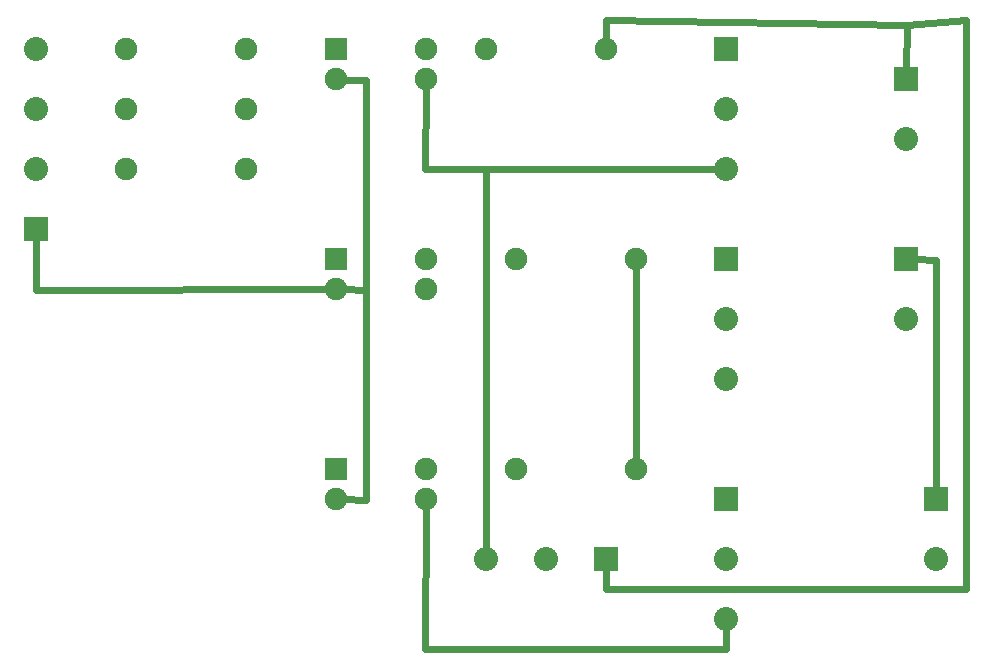
<source format=gbl>
G04 MADE WITH FRITZING*
G04 WWW.FRITZING.ORG*
G04 DOUBLE SIDED*
G04 HOLES PLATED*
G04 CONTOUR ON CENTER OF CONTOUR VECTOR*
%ASAXBY*%
%FSLAX23Y23*%
%MOIN*%
%OFA0B0*%
%SFA1.0B1.0*%
%ADD10C,0.075000*%
%ADD11C,0.080000*%
%ADD12R,0.075000X0.075000*%
%ADD13R,0.080000X0.080000*%
%ADD14R,0.079986X0.080000*%
%ADD15C,0.024000*%
%LNCOPPER0*%
G90*
G70*
G54D10*
X1186Y2040D03*
X1486Y2040D03*
X1186Y1940D03*
X1486Y1940D03*
X1186Y1340D03*
X1486Y1340D03*
X1186Y1240D03*
X1486Y1240D03*
X1186Y640D03*
X1486Y640D03*
X1186Y540D03*
X1486Y540D03*
X1786Y640D03*
X2186Y640D03*
X1786Y1340D03*
X2186Y1340D03*
X1686Y2040D03*
X2086Y2040D03*
X486Y2040D03*
X886Y2040D03*
X486Y1840D03*
X886Y1840D03*
X486Y1640D03*
X886Y1640D03*
G54D11*
X186Y1640D03*
X186Y1840D03*
X186Y2040D03*
X186Y1440D03*
X3086Y1940D03*
X3086Y1740D03*
X3186Y540D03*
X3186Y340D03*
X3086Y1340D03*
X3086Y1140D03*
X1886Y340D03*
X1686Y340D03*
X2086Y340D03*
X2486Y340D03*
X2486Y140D03*
X2486Y540D03*
X2486Y1140D03*
X2486Y940D03*
X2486Y1340D03*
X2486Y1840D03*
X2486Y1640D03*
X2486Y2040D03*
G54D12*
X1186Y2040D03*
X1186Y1340D03*
X1186Y640D03*
G54D13*
X186Y1440D03*
G54D14*
X3086Y1940D03*
X3186Y540D03*
X3086Y1340D03*
G54D13*
X2086Y340D03*
X2486Y540D03*
X2486Y1340D03*
X2486Y2040D03*
G54D15*
X3186Y840D02*
X3186Y1339D01*
D02*
X3186Y1339D02*
X3117Y1340D01*
D02*
X3186Y571D02*
X3186Y640D01*
D02*
X3186Y640D02*
X3186Y840D01*
D02*
X1158Y1240D02*
X186Y1239D01*
D02*
X186Y1239D02*
X186Y1409D01*
D02*
X2486Y40D02*
X2486Y141D01*
D02*
X2486Y141D02*
X2486Y171D01*
D02*
X1485Y40D02*
X2486Y40D01*
D02*
X1486Y511D02*
X1485Y40D01*
D02*
X2186Y668D02*
X2186Y1311D01*
D02*
X1288Y1239D02*
X1288Y539D01*
D02*
X1288Y539D02*
X1215Y540D01*
D02*
X1215Y1240D02*
X1288Y1239D01*
D02*
X1215Y1240D02*
X1288Y1239D01*
D02*
X1288Y1239D02*
X1288Y1939D01*
D02*
X1288Y1939D02*
X1215Y1939D01*
D02*
X3286Y241D02*
X2088Y241D01*
D02*
X2088Y241D02*
X2087Y309D01*
D02*
X3286Y844D02*
X3286Y241D01*
D02*
X3286Y2139D02*
X3286Y844D01*
D02*
X3092Y2120D02*
X3286Y2139D01*
D02*
X3092Y2120D02*
X2088Y2139D01*
D02*
X2088Y2139D02*
X2087Y2068D01*
D02*
X3087Y1971D02*
X3092Y2120D01*
D02*
X1485Y1641D02*
X2455Y1640D01*
D02*
X1486Y1911D02*
X1485Y1641D01*
D02*
X2455Y1640D02*
X1686Y1641D01*
D02*
X1686Y1641D02*
X1686Y371D01*
G04 End of Copper0*
M02*
</source>
